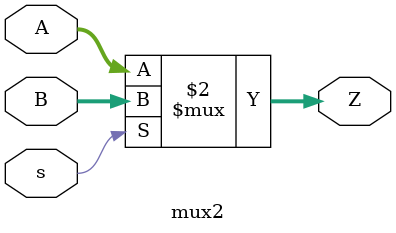
<source format=v>
`timescale 1ns / 1ps
module mux2(A,B,Z,s);
input[31:0] A,B;
input s;
output[31:0] Z;
assign Z=(s==0)?A:B;
endmodule

</source>
